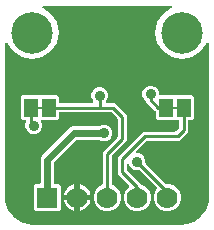
<source format=gbr>
G04 EAGLE Gerber RS-274X export*
G75*
%MOMM*%
%FSLAX34Y34*%
%LPD*%
%INBottom Copper*%
%IPPOS*%
%AMOC8*
5,1,8,0,0,1.08239X$1,22.5*%
G01*
%ADD10C,3.516000*%
%ADD11R,1.778000X1.778000*%
%ADD12C,1.778000*%
%ADD13R,1.168400X1.600200*%
%ADD14R,0.635000X0.203200*%
%ADD15C,0.906400*%
%ADD16C,0.254000*%
%ADD17C,0.609600*%

G36*
X137182Y-1267D02*
X137182Y-1267D01*
X137260Y-1265D01*
X140637Y-1000D01*
X140705Y-986D01*
X140774Y-981D01*
X140930Y-941D01*
X147354Y1146D01*
X147461Y1196D01*
X147572Y1240D01*
X147623Y1273D01*
X147642Y1281D01*
X147657Y1294D01*
X147708Y1326D01*
X153172Y5297D01*
X153259Y5378D01*
X153306Y5417D01*
X153312Y5421D01*
X153313Y5422D01*
X153351Y5454D01*
X153389Y5500D01*
X153404Y5514D01*
X153415Y5532D01*
X153453Y5578D01*
X157424Y11042D01*
X157481Y11146D01*
X157545Y11246D01*
X157567Y11303D01*
X157577Y11321D01*
X157582Y11341D01*
X157604Y11396D01*
X159691Y17820D01*
X159704Y17888D01*
X159727Y17954D01*
X159750Y18113D01*
X160015Y21490D01*
X160015Y21494D01*
X160016Y21497D01*
X160015Y21516D01*
X160019Y21590D01*
X160019Y151286D01*
X160006Y151390D01*
X160002Y151494D01*
X159986Y151547D01*
X159979Y151601D01*
X159941Y151698D01*
X159911Y151799D01*
X159883Y151846D01*
X159862Y151897D01*
X159801Y151982D01*
X159747Y152071D01*
X159708Y152110D01*
X159676Y152155D01*
X159595Y152221D01*
X159521Y152294D01*
X159473Y152322D01*
X159431Y152357D01*
X159336Y152402D01*
X159246Y152454D01*
X159193Y152469D01*
X159143Y152493D01*
X159040Y152512D01*
X158940Y152541D01*
X158885Y152542D01*
X158831Y152553D01*
X158726Y152546D01*
X158622Y152549D01*
X158568Y152536D01*
X158513Y152533D01*
X158414Y152501D01*
X158312Y152477D01*
X158263Y152452D01*
X158211Y152435D01*
X158122Y152379D01*
X158030Y152331D01*
X157988Y152294D01*
X157942Y152265D01*
X157870Y152189D01*
X157792Y152119D01*
X157739Y152049D01*
X157724Y152033D01*
X157717Y152020D01*
X157695Y151991D01*
X153194Y145256D01*
X145838Y140340D01*
X137160Y138614D01*
X128482Y140340D01*
X121126Y145256D01*
X116210Y152612D01*
X114484Y161290D01*
X116210Y169968D01*
X121126Y177324D01*
X127861Y181825D01*
X127940Y181893D01*
X128025Y181954D01*
X128060Y181997D01*
X128101Y182033D01*
X128161Y182119D01*
X128227Y182199D01*
X128251Y182249D01*
X128282Y182295D01*
X128318Y182393D01*
X128363Y182487D01*
X128373Y182541D01*
X128392Y182593D01*
X128403Y182697D01*
X128423Y182800D01*
X128419Y182855D01*
X128425Y182909D01*
X128409Y183013D01*
X128403Y183117D01*
X128386Y183169D01*
X128378Y183224D01*
X128337Y183320D01*
X128305Y183419D01*
X128275Y183466D01*
X128254Y183517D01*
X128191Y183600D01*
X128135Y183688D01*
X128095Y183726D01*
X128061Y183770D01*
X127979Y183835D01*
X127903Y183906D01*
X127855Y183933D01*
X127812Y183967D01*
X127716Y184009D01*
X127625Y184060D01*
X127571Y184073D01*
X127521Y184096D01*
X127418Y184113D01*
X127317Y184139D01*
X127229Y184145D01*
X127207Y184148D01*
X127192Y184147D01*
X127156Y184149D01*
X20164Y184149D01*
X20060Y184136D01*
X19956Y184132D01*
X19903Y184116D01*
X19849Y184109D01*
X19752Y184071D01*
X19651Y184041D01*
X19604Y184013D01*
X19553Y183992D01*
X19468Y183931D01*
X19379Y183877D01*
X19340Y183838D01*
X19295Y183806D01*
X19229Y183725D01*
X19156Y183651D01*
X19128Y183603D01*
X19093Y183561D01*
X19048Y183466D01*
X18996Y183376D01*
X18981Y183323D01*
X18957Y183273D01*
X18938Y183170D01*
X18909Y183070D01*
X18908Y183015D01*
X18897Y182961D01*
X18904Y182856D01*
X18901Y182752D01*
X18914Y182698D01*
X18917Y182643D01*
X18949Y182544D01*
X18973Y182442D01*
X18998Y182393D01*
X19015Y182341D01*
X19071Y182252D01*
X19119Y182160D01*
X19156Y182118D01*
X19185Y182072D01*
X19261Y182000D01*
X19331Y181922D01*
X19401Y181869D01*
X19417Y181854D01*
X19430Y181847D01*
X19459Y181825D01*
X26194Y177324D01*
X31110Y169968D01*
X32836Y161290D01*
X31110Y152612D01*
X26194Y145256D01*
X18838Y140340D01*
X10160Y138614D01*
X1482Y140340D01*
X-5874Y145256D01*
X-10375Y151991D01*
X-10443Y152070D01*
X-10504Y152155D01*
X-10547Y152190D01*
X-10583Y152231D01*
X-10669Y152291D01*
X-10749Y152357D01*
X-10799Y152381D01*
X-10845Y152412D01*
X-10943Y152448D01*
X-11037Y152493D01*
X-11091Y152503D01*
X-11143Y152522D01*
X-11247Y152533D01*
X-11350Y152553D01*
X-11405Y152549D01*
X-11459Y152555D01*
X-11563Y152539D01*
X-11667Y152533D01*
X-11719Y152516D01*
X-11774Y152508D01*
X-11870Y152467D01*
X-11969Y152435D01*
X-12016Y152405D01*
X-12067Y152384D01*
X-12150Y152321D01*
X-12238Y152265D01*
X-12276Y152225D01*
X-12320Y152191D01*
X-12385Y152109D01*
X-12456Y152033D01*
X-12483Y151985D01*
X-12517Y151942D01*
X-12559Y151846D01*
X-12610Y151755D01*
X-12623Y151701D01*
X-12646Y151651D01*
X-12663Y151548D01*
X-12689Y151447D01*
X-12695Y151359D01*
X-12698Y151337D01*
X-12697Y151322D01*
X-12699Y151286D01*
X-12699Y21590D01*
X-12697Y21568D01*
X-12695Y21490D01*
X-12430Y18113D01*
X-12416Y18045D01*
X-12411Y17976D01*
X-12371Y17820D01*
X-10284Y11396D01*
X-10234Y11289D01*
X-10190Y11178D01*
X-10157Y11127D01*
X-10149Y11108D01*
X-10136Y11093D01*
X-10104Y11042D01*
X-6133Y5578D01*
X-6113Y5556D01*
X-6102Y5538D01*
X-6056Y5495D01*
X-6052Y5491D01*
X-5976Y5399D01*
X-5930Y5361D01*
X-5916Y5346D01*
X-5898Y5335D01*
X-5852Y5297D01*
X-388Y1326D01*
X-284Y1269D01*
X-184Y1205D01*
X-127Y1183D01*
X-109Y1173D01*
X-89Y1168D01*
X-34Y1146D01*
X6390Y-941D01*
X6458Y-954D01*
X6524Y-977D01*
X6683Y-1000D01*
X10060Y-1265D01*
X10082Y-1264D01*
X10160Y-1269D01*
X137160Y-1269D01*
X137182Y-1267D01*
G37*
%LPC*%
G36*
X96786Y10159D02*
X96786Y10159D01*
X92585Y11899D01*
X89369Y15115D01*
X87629Y19316D01*
X87629Y23864D01*
X89369Y28065D01*
X91830Y30526D01*
X91903Y30620D01*
X91982Y30709D01*
X92000Y30745D01*
X92025Y30777D01*
X92072Y30886D01*
X92127Y30992D01*
X92135Y31032D01*
X92151Y31069D01*
X92170Y31187D01*
X92196Y31303D01*
X92195Y31343D01*
X92201Y31383D01*
X92190Y31502D01*
X92187Y31620D01*
X92175Y31659D01*
X92171Y31700D01*
X92131Y31812D01*
X92098Y31926D01*
X92078Y31961D01*
X92064Y31999D01*
X91997Y32097D01*
X91937Y32200D01*
X91897Y32245D01*
X91885Y32262D01*
X91870Y32275D01*
X91830Y32321D01*
X82549Y41602D01*
X82549Y56188D01*
X85153Y58792D01*
X103832Y77471D01*
X131246Y77471D01*
X131344Y77483D01*
X131443Y77486D01*
X131501Y77503D01*
X131561Y77511D01*
X131653Y77547D01*
X131749Y77575D01*
X131801Y77605D01*
X131857Y77628D01*
X131937Y77686D01*
X132022Y77736D01*
X132098Y77802D01*
X132114Y77814D01*
X132122Y77824D01*
X132143Y77842D01*
X134248Y79947D01*
X134308Y80025D01*
X134376Y80097D01*
X134405Y80150D01*
X134442Y80198D01*
X134482Y80289D01*
X134530Y80376D01*
X134545Y80434D01*
X134569Y80490D01*
X134584Y80588D01*
X134609Y80684D01*
X134615Y80784D01*
X134619Y80804D01*
X134617Y80816D01*
X134619Y80844D01*
X134619Y85979D01*
X134604Y86097D01*
X134597Y86216D01*
X134584Y86254D01*
X134579Y86295D01*
X134536Y86405D01*
X134499Y86518D01*
X134477Y86553D01*
X134462Y86590D01*
X134393Y86686D01*
X134329Y86787D01*
X134299Y86815D01*
X134276Y86848D01*
X134184Y86924D01*
X134097Y87005D01*
X134062Y87025D01*
X134031Y87050D01*
X133923Y87101D01*
X133819Y87159D01*
X133779Y87169D01*
X133743Y87186D01*
X133626Y87208D01*
X133511Y87238D01*
X133451Y87242D01*
X133431Y87246D01*
X133410Y87244D01*
X133350Y87248D01*
X131486Y87248D01*
X131456Y87271D01*
X131347Y87319D01*
X131241Y87373D01*
X131201Y87382D01*
X131164Y87398D01*
X131046Y87416D01*
X130931Y87442D01*
X130890Y87441D01*
X130850Y87447D01*
X130731Y87436D01*
X130613Y87433D01*
X130574Y87421D01*
X130534Y87418D01*
X130421Y87377D01*
X130307Y87344D01*
X130272Y87324D01*
X130234Y87310D01*
X130143Y87248D01*
X116296Y87248D01*
X114807Y88737D01*
X114807Y93908D01*
X114795Y94006D01*
X114792Y94105D01*
X114775Y94163D01*
X114767Y94223D01*
X114731Y94315D01*
X114703Y94411D01*
X114673Y94463D01*
X114650Y94519D01*
X114592Y94599D01*
X114542Y94684D01*
X114501Y94730D01*
X114500Y94733D01*
X114497Y94736D01*
X114476Y94760D01*
X114464Y94776D01*
X114454Y94784D01*
X114436Y94805D01*
X112658Y96583D01*
X106671Y102570D01*
X106667Y102601D01*
X106664Y102700D01*
X106647Y102758D01*
X106639Y102818D01*
X106603Y102910D01*
X106575Y103005D01*
X106545Y103058D01*
X106522Y103114D01*
X106464Y103194D01*
X106414Y103279D01*
X106348Y103355D01*
X106336Y103371D01*
X106326Y103379D01*
X106308Y103400D01*
X104494Y105214D01*
X103417Y107813D01*
X103417Y110627D01*
X104494Y113226D01*
X106484Y115216D01*
X109083Y116293D01*
X111897Y116293D01*
X114496Y115216D01*
X116486Y113226D01*
X117563Y110627D01*
X117563Y109601D01*
X117578Y109483D01*
X117585Y109364D01*
X117598Y109326D01*
X117603Y109285D01*
X117646Y109175D01*
X117683Y109062D01*
X117705Y109027D01*
X117720Y108990D01*
X117789Y108894D01*
X117853Y108793D01*
X117883Y108765D01*
X117906Y108732D01*
X117998Y108656D01*
X118085Y108575D01*
X118120Y108555D01*
X118151Y108530D01*
X118259Y108479D01*
X118363Y108421D01*
X118403Y108411D01*
X118439Y108394D01*
X118556Y108372D01*
X118671Y108342D01*
X118731Y108338D01*
X118751Y108334D01*
X118772Y108336D01*
X118832Y108332D01*
X130134Y108332D01*
X130164Y108309D01*
X130273Y108261D01*
X130379Y108207D01*
X130418Y108198D01*
X130456Y108182D01*
X130573Y108164D01*
X130689Y108138D01*
X130730Y108139D01*
X130770Y108133D01*
X130888Y108144D01*
X131007Y108147D01*
X131046Y108159D01*
X131086Y108162D01*
X131198Y108203D01*
X131313Y108236D01*
X131348Y108256D01*
X131386Y108270D01*
X131477Y108332D01*
X145324Y108332D01*
X146813Y106843D01*
X146813Y88737D01*
X145324Y87248D01*
X143510Y87248D01*
X143392Y87233D01*
X143273Y87226D01*
X143235Y87213D01*
X143194Y87208D01*
X143084Y87165D01*
X142971Y87128D01*
X142936Y87106D01*
X142899Y87091D01*
X142803Y87022D01*
X142702Y86958D01*
X142674Y86928D01*
X142641Y86905D01*
X142565Y86813D01*
X142484Y86726D01*
X142464Y86691D01*
X142439Y86660D01*
X142388Y86552D01*
X142330Y86448D01*
X142320Y86408D01*
X142303Y86372D01*
X142281Y86255D01*
X142251Y86140D01*
X142247Y86080D01*
X142243Y86060D01*
X142245Y86039D01*
X142241Y85979D01*
X142241Y77162D01*
X134928Y69849D01*
X107514Y69849D01*
X107416Y69837D01*
X107317Y69834D01*
X107259Y69817D01*
X107199Y69809D01*
X107107Y69773D01*
X107011Y69745D01*
X106959Y69715D01*
X106903Y69692D01*
X106823Y69634D01*
X106738Y69584D01*
X106662Y69518D01*
X106646Y69506D01*
X106638Y69496D01*
X106617Y69478D01*
X98449Y61309D01*
X98363Y61200D01*
X98275Y61093D01*
X98266Y61074D01*
X98254Y61058D01*
X98198Y60930D01*
X98139Y60805D01*
X98135Y60785D01*
X98127Y60766D01*
X98105Y60628D01*
X98079Y60492D01*
X98081Y60472D01*
X98078Y60452D01*
X98091Y60313D01*
X98099Y60175D01*
X98105Y60156D01*
X98107Y60136D01*
X98155Y60004D01*
X98197Y59873D01*
X98208Y59855D01*
X98215Y59836D01*
X98293Y59721D01*
X98367Y59604D01*
X98382Y59590D01*
X98394Y59573D01*
X98498Y59481D01*
X98599Y59386D01*
X98617Y59376D01*
X98632Y59363D01*
X98756Y59299D01*
X98878Y59232D01*
X98897Y59227D01*
X98915Y59218D01*
X99051Y59188D01*
X99185Y59153D01*
X99214Y59151D01*
X99225Y59148D01*
X99246Y59149D01*
X99346Y59143D01*
X100467Y59143D01*
X103066Y58066D01*
X105056Y56076D01*
X106133Y53477D01*
X106133Y50912D01*
X106145Y50814D01*
X106148Y50715D01*
X106165Y50657D01*
X106173Y50597D01*
X106209Y50505D01*
X106237Y50409D01*
X106267Y50357D01*
X106290Y50301D01*
X106348Y50221D01*
X106398Y50136D01*
X106464Y50060D01*
X106476Y50044D01*
X106486Y50036D01*
X106504Y50015D01*
X123127Y33392D01*
X123205Y33332D01*
X123277Y33264D01*
X123330Y33235D01*
X123378Y33198D01*
X123469Y33158D01*
X123556Y33110D01*
X123614Y33095D01*
X123670Y33071D01*
X123768Y33056D01*
X123864Y33031D01*
X123964Y33025D01*
X123984Y33021D01*
X123996Y33023D01*
X124024Y33021D01*
X126734Y33021D01*
X130935Y31281D01*
X134151Y28065D01*
X135891Y23864D01*
X135891Y19316D01*
X134151Y15115D01*
X130935Y11899D01*
X126734Y10159D01*
X122186Y10159D01*
X117985Y11899D01*
X114769Y15115D01*
X113029Y19316D01*
X113029Y23864D01*
X114769Y28065D01*
X115325Y28621D01*
X115398Y28715D01*
X115477Y28804D01*
X115495Y28840D01*
X115520Y28872D01*
X115567Y28981D01*
X115622Y29087D01*
X115630Y29127D01*
X115646Y29164D01*
X115665Y29282D01*
X115691Y29397D01*
X115690Y29438D01*
X115696Y29478D01*
X115685Y29596D01*
X115682Y29715D01*
X115670Y29754D01*
X115666Y29794D01*
X115626Y29906D01*
X115593Y30021D01*
X115573Y30056D01*
X115559Y30094D01*
X115492Y30192D01*
X115432Y30295D01*
X115392Y30340D01*
X115380Y30357D01*
X115365Y30370D01*
X115325Y30416D01*
X101115Y44626D01*
X101037Y44686D01*
X100965Y44754D01*
X100912Y44783D01*
X100864Y44820D01*
X100773Y44860D01*
X100686Y44908D01*
X100628Y44923D01*
X100572Y44947D01*
X100474Y44962D01*
X100378Y44987D01*
X100278Y44993D01*
X100258Y44997D01*
X100246Y44995D01*
X100218Y44997D01*
X97653Y44997D01*
X95054Y46074D01*
X93064Y48064D01*
X92613Y49153D01*
X92578Y49214D01*
X92552Y49279D01*
X92500Y49352D01*
X92455Y49430D01*
X92407Y49480D01*
X92366Y49536D01*
X92296Y49594D01*
X92234Y49658D01*
X92174Y49695D01*
X92121Y49739D01*
X92039Y49777D01*
X91963Y49824D01*
X91896Y49845D01*
X91833Y49875D01*
X91745Y49892D01*
X91659Y49918D01*
X91589Y49921D01*
X91520Y49934D01*
X91431Y49929D01*
X91341Y49933D01*
X91273Y49919D01*
X91203Y49915D01*
X91118Y49887D01*
X91030Y49869D01*
X90967Y49838D01*
X90901Y49817D01*
X90825Y49769D01*
X90744Y49729D01*
X90691Y49684D01*
X90632Y49647D01*
X90570Y49581D01*
X90502Y49523D01*
X90462Y49466D01*
X90414Y49415D01*
X90371Y49336D01*
X90319Y49263D01*
X90294Y49197D01*
X90260Y49136D01*
X90238Y49050D01*
X90206Y48965D01*
X90198Y48896D01*
X90181Y48828D01*
X90171Y48668D01*
X90171Y45284D01*
X90183Y45186D01*
X90186Y45087D01*
X90203Y45029D01*
X90211Y44969D01*
X90247Y44877D01*
X90275Y44781D01*
X90305Y44729D01*
X90328Y44673D01*
X90386Y44593D01*
X90436Y44508D01*
X90502Y44432D01*
X90514Y44416D01*
X90524Y44408D01*
X90542Y44387D01*
X100267Y34662D01*
X102136Y32793D01*
X102144Y32787D01*
X102149Y32780D01*
X102269Y32690D01*
X102388Y32598D01*
X102396Y32594D01*
X102404Y32589D01*
X102548Y32518D01*
X105535Y31281D01*
X108751Y28065D01*
X110491Y23864D01*
X110491Y19316D01*
X108751Y15115D01*
X105535Y11899D01*
X101334Y10159D01*
X96786Y10159D01*
G37*
%LPD*%
%LPC*%
G36*
X71386Y10159D02*
X71386Y10159D01*
X67185Y11899D01*
X63969Y15115D01*
X62229Y19316D01*
X62229Y23864D01*
X63969Y28065D01*
X67185Y31281D01*
X69066Y32060D01*
X69091Y32074D01*
X69119Y32083D01*
X69229Y32153D01*
X69342Y32217D01*
X69363Y32238D01*
X69388Y32253D01*
X69477Y32348D01*
X69570Y32438D01*
X69586Y32463D01*
X69606Y32485D01*
X69669Y32599D01*
X69737Y32709D01*
X69745Y32738D01*
X69760Y32764D01*
X69792Y32889D01*
X69830Y33013D01*
X69832Y33043D01*
X69839Y33071D01*
X69849Y33232D01*
X69849Y59998D01*
X82178Y72327D01*
X82238Y72405D01*
X82306Y72477D01*
X82335Y72530D01*
X82372Y72578D01*
X82412Y72669D01*
X82460Y72756D01*
X82475Y72814D01*
X82499Y72870D01*
X82514Y72968D01*
X82539Y73064D01*
X82545Y73164D01*
X82549Y73184D01*
X82547Y73196D01*
X82549Y73224D01*
X82549Y88066D01*
X82537Y88164D01*
X82534Y88263D01*
X82517Y88321D01*
X82509Y88381D01*
X82473Y88473D01*
X82445Y88569D01*
X82415Y88621D01*
X82392Y88677D01*
X82334Y88757D01*
X82284Y88842D01*
X82218Y88918D01*
X82206Y88934D01*
X82196Y88942D01*
X82178Y88963D01*
X77533Y93608D01*
X77455Y93668D01*
X77383Y93736D01*
X77330Y93765D01*
X77282Y93802D01*
X77191Y93842D01*
X77104Y93890D01*
X77046Y93905D01*
X76990Y93929D01*
X76892Y93944D01*
X76796Y93969D01*
X76696Y93975D01*
X76676Y93979D01*
X76664Y93977D01*
X76636Y93979D01*
X33782Y93979D01*
X33664Y93964D01*
X33545Y93957D01*
X33507Y93944D01*
X33466Y93939D01*
X33356Y93896D01*
X33243Y93859D01*
X33208Y93837D01*
X33171Y93822D01*
X33075Y93753D01*
X32974Y93689D01*
X32946Y93659D01*
X32913Y93636D01*
X32837Y93544D01*
X32756Y93457D01*
X32736Y93422D01*
X32711Y93391D01*
X32660Y93283D01*
X32602Y93179D01*
X32592Y93139D01*
X32575Y93103D01*
X32553Y92986D01*
X32523Y92871D01*
X32519Y92811D01*
X32515Y92791D01*
X32517Y92770D01*
X32513Y92710D01*
X32513Y88737D01*
X31024Y87248D01*
X19039Y87248D01*
X18990Y87242D01*
X18940Y87244D01*
X18833Y87222D01*
X18723Y87208D01*
X18677Y87190D01*
X18629Y87180D01*
X18530Y87132D01*
X18428Y87091D01*
X18388Y87062D01*
X18343Y87040D01*
X18259Y86969D01*
X18170Y86905D01*
X18139Y86866D01*
X18101Y86834D01*
X18038Y86744D01*
X17968Y86660D01*
X17946Y86615D01*
X17918Y86574D01*
X17879Y86471D01*
X17832Y86372D01*
X17823Y86323D01*
X17805Y86277D01*
X17793Y86167D01*
X17772Y86060D01*
X17775Y86010D01*
X17770Y85961D01*
X17785Y85852D01*
X17792Y85742D01*
X17807Y85695D01*
X17814Y85646D01*
X17866Y85493D01*
X18503Y83957D01*
X18503Y81143D01*
X17426Y78544D01*
X15436Y76554D01*
X12837Y75477D01*
X10023Y75477D01*
X7424Y76554D01*
X5434Y78544D01*
X4357Y81143D01*
X4357Y83957D01*
X4983Y85467D01*
X4985Y85476D01*
X4990Y85484D01*
X5015Y85582D01*
X5017Y85586D01*
X5020Y85600D01*
X5027Y85628D01*
X5067Y85773D01*
X5067Y85783D01*
X5069Y85792D01*
X5075Y85892D01*
X5077Y85899D01*
X5076Y85905D01*
X5079Y85952D01*
X5079Y85979D01*
X5071Y86045D01*
X5072Y86091D01*
X5062Y86130D01*
X5057Y86216D01*
X5044Y86254D01*
X5039Y86295D01*
X4998Y86400D01*
X4997Y86401D01*
X4996Y86405D01*
X4959Y86518D01*
X4937Y86553D01*
X4922Y86590D01*
X4853Y86686D01*
X4789Y86787D01*
X4759Y86815D01*
X4736Y86848D01*
X4644Y86924D01*
X4557Y87005D01*
X4522Y87025D01*
X4491Y87050D01*
X4383Y87101D01*
X4279Y87159D01*
X4239Y87169D01*
X4203Y87186D01*
X4086Y87208D01*
X3971Y87238D01*
X3911Y87242D01*
X3891Y87246D01*
X3870Y87244D01*
X3810Y87248D01*
X1996Y87248D01*
X507Y88737D01*
X507Y106843D01*
X1996Y108332D01*
X15834Y108332D01*
X15864Y108309D01*
X15973Y108261D01*
X16079Y108207D01*
X16118Y108198D01*
X16156Y108182D01*
X16273Y108164D01*
X16389Y108138D01*
X16430Y108139D01*
X16470Y108133D01*
X16588Y108144D01*
X16707Y108147D01*
X16746Y108159D01*
X16786Y108162D01*
X16898Y108203D01*
X17013Y108236D01*
X17048Y108256D01*
X17086Y108270D01*
X17177Y108332D01*
X31024Y108332D01*
X32513Y106843D01*
X32513Y102870D01*
X32528Y102752D01*
X32535Y102633D01*
X32548Y102595D01*
X32553Y102554D01*
X32596Y102444D01*
X32633Y102331D01*
X32655Y102296D01*
X32670Y102259D01*
X32739Y102163D01*
X32803Y102062D01*
X32833Y102034D01*
X32856Y102001D01*
X32948Y101925D01*
X33035Y101844D01*
X33070Y101824D01*
X33101Y101799D01*
X33209Y101748D01*
X33313Y101690D01*
X33353Y101680D01*
X33389Y101663D01*
X33506Y101641D01*
X33621Y101611D01*
X33681Y101607D01*
X33701Y101603D01*
X33722Y101605D01*
X33782Y101601D01*
X60593Y101601D01*
X60731Y101618D01*
X60869Y101631D01*
X60888Y101638D01*
X60908Y101641D01*
X61038Y101692D01*
X61168Y101739D01*
X61185Y101750D01*
X61204Y101758D01*
X61316Y101839D01*
X61432Y101917D01*
X61445Y101933D01*
X61461Y101944D01*
X61550Y102052D01*
X61642Y102156D01*
X61651Y102174D01*
X61664Y102189D01*
X61723Y102315D01*
X61787Y102439D01*
X61791Y102459D01*
X61800Y102477D01*
X61826Y102613D01*
X61856Y102749D01*
X61856Y102770D01*
X61859Y102789D01*
X61851Y102928D01*
X61847Y103067D01*
X61841Y103087D01*
X61840Y103107D01*
X61797Y103239D01*
X61758Y103373D01*
X61748Y103390D01*
X61742Y103409D01*
X61667Y103527D01*
X61597Y103647D01*
X61578Y103668D01*
X61571Y103678D01*
X61556Y103692D01*
X61490Y103768D01*
X61314Y103944D01*
X60237Y106543D01*
X60237Y109357D01*
X61314Y111956D01*
X63304Y113946D01*
X65903Y115023D01*
X68717Y115023D01*
X71316Y113946D01*
X73306Y111956D01*
X74383Y109357D01*
X74383Y106543D01*
X73306Y103944D01*
X73130Y103768D01*
X73045Y103658D01*
X72956Y103551D01*
X72947Y103532D01*
X72935Y103516D01*
X72880Y103389D01*
X72820Y103263D01*
X72817Y103243D01*
X72809Y103224D01*
X72787Y103087D01*
X72761Y102950D01*
X72762Y102930D01*
X72759Y102910D01*
X72772Y102772D01*
X72780Y102633D01*
X72787Y102614D01*
X72788Y102594D01*
X72836Y102462D01*
X72878Y102331D01*
X72889Y102314D01*
X72896Y102294D01*
X72974Y102179D01*
X73049Y102062D01*
X73063Y102048D01*
X73075Y102031D01*
X73179Y101939D01*
X73280Y101844D01*
X73298Y101834D01*
X73313Y101821D01*
X73437Y101757D01*
X73559Y101690D01*
X73578Y101685D01*
X73596Y101676D01*
X73732Y101646D01*
X73867Y101611D01*
X73895Y101609D01*
X73907Y101606D01*
X73927Y101607D01*
X74027Y101601D01*
X80318Y101601D01*
X90171Y91748D01*
X90171Y69542D01*
X77842Y57213D01*
X77782Y57135D01*
X77714Y57063D01*
X77685Y57010D01*
X77648Y56962D01*
X77608Y56871D01*
X77560Y56784D01*
X77545Y56726D01*
X77521Y56670D01*
X77506Y56572D01*
X77481Y56476D01*
X77475Y56376D01*
X77471Y56356D01*
X77473Y56344D01*
X77471Y56316D01*
X77471Y33232D01*
X77474Y33203D01*
X77472Y33173D01*
X77494Y33046D01*
X77511Y32917D01*
X77521Y32889D01*
X77526Y32860D01*
X77580Y32742D01*
X77628Y32621D01*
X77645Y32597D01*
X77657Y32570D01*
X77738Y32469D01*
X77814Y32364D01*
X77837Y32345D01*
X77856Y32322D01*
X77959Y32244D01*
X78059Y32161D01*
X78086Y32148D01*
X78110Y32130D01*
X78254Y32060D01*
X80135Y31281D01*
X83351Y28065D01*
X85091Y23864D01*
X85091Y19316D01*
X83351Y15115D01*
X80135Y11899D01*
X75934Y10159D01*
X71386Y10159D01*
G37*
%LPD*%
%LPC*%
G36*
X12918Y10159D02*
X12918Y10159D01*
X11429Y11648D01*
X11429Y31532D01*
X12918Y33021D01*
X16002Y33021D01*
X16120Y33036D01*
X16239Y33043D01*
X16277Y33056D01*
X16318Y33061D01*
X16428Y33104D01*
X16541Y33141D01*
X16576Y33163D01*
X16613Y33178D01*
X16709Y33247D01*
X16810Y33311D01*
X16838Y33341D01*
X16871Y33364D01*
X16947Y33456D01*
X17028Y33543D01*
X17048Y33578D01*
X17073Y33609D01*
X17124Y33717D01*
X17182Y33821D01*
X17192Y33861D01*
X17209Y33897D01*
X17231Y34014D01*
X17261Y34129D01*
X17265Y34189D01*
X17269Y34209D01*
X17267Y34230D01*
X17271Y34290D01*
X17271Y54452D01*
X18122Y56506D01*
X42554Y80938D01*
X44608Y81789D01*
X66181Y81789D01*
X66279Y81801D01*
X66378Y81804D01*
X66436Y81821D01*
X66496Y81829D01*
X66588Y81865D01*
X66683Y81893D01*
X66736Y81923D01*
X66792Y81946D01*
X66872Y82004D01*
X66957Y82054D01*
X67033Y82120D01*
X67049Y82132D01*
X67057Y82142D01*
X67078Y82160D01*
X67114Y82196D01*
X69713Y83273D01*
X72527Y83273D01*
X75126Y82196D01*
X77116Y80206D01*
X78193Y77607D01*
X78193Y74793D01*
X77116Y72194D01*
X75126Y70204D01*
X72527Y69127D01*
X69713Y69127D01*
X67114Y70204D01*
X67078Y70240D01*
X67000Y70300D01*
X66928Y70368D01*
X66875Y70397D01*
X66827Y70434D01*
X66736Y70474D01*
X66649Y70522D01*
X66591Y70537D01*
X66535Y70561D01*
X66437Y70576D01*
X66341Y70601D01*
X66241Y70607D01*
X66221Y70611D01*
X66209Y70609D01*
X66181Y70611D01*
X48561Y70611D01*
X48462Y70599D01*
X48363Y70596D01*
X48305Y70579D01*
X48245Y70571D01*
X48153Y70535D01*
X48058Y70507D01*
X48006Y70477D01*
X47949Y70454D01*
X47869Y70396D01*
X47784Y70346D01*
X47709Y70280D01*
X47692Y70268D01*
X47684Y70258D01*
X47663Y70240D01*
X28820Y51397D01*
X28760Y51319D01*
X28692Y51246D01*
X28663Y51193D01*
X28626Y51146D01*
X28586Y51055D01*
X28538Y50968D01*
X28523Y50909D01*
X28499Y50854D01*
X28484Y50756D01*
X28459Y50660D01*
X28453Y50560D01*
X28449Y50540D01*
X28451Y50527D01*
X28449Y50499D01*
X28449Y34290D01*
X28464Y34172D01*
X28471Y34053D01*
X28484Y34015D01*
X28489Y33974D01*
X28532Y33864D01*
X28569Y33751D01*
X28591Y33716D01*
X28606Y33679D01*
X28675Y33583D01*
X28739Y33482D01*
X28769Y33454D01*
X28792Y33421D01*
X28884Y33345D01*
X28971Y33264D01*
X29006Y33244D01*
X29037Y33219D01*
X29145Y33168D01*
X29249Y33110D01*
X29289Y33100D01*
X29325Y33083D01*
X29442Y33061D01*
X29557Y33031D01*
X29617Y33027D01*
X29637Y33023D01*
X29658Y33025D01*
X29718Y33021D01*
X32802Y33021D01*
X34291Y31532D01*
X34291Y11648D01*
X32802Y10159D01*
X12918Y10159D01*
G37*
%LPD*%
%LPC*%
G36*
X50759Y24089D02*
X50759Y24089D01*
X50759Y32767D01*
X50937Y32739D01*
X52648Y32183D01*
X54251Y31367D01*
X55707Y30309D01*
X56979Y29037D01*
X58037Y27581D01*
X58853Y25978D01*
X59409Y24267D01*
X59437Y24089D01*
X50759Y24089D01*
G37*
%LPD*%
%LPC*%
G36*
X37083Y24089D02*
X37083Y24089D01*
X37111Y24267D01*
X37667Y25978D01*
X38483Y27581D01*
X39541Y29037D01*
X40813Y30309D01*
X42269Y31367D01*
X43872Y32183D01*
X45583Y32739D01*
X45761Y32767D01*
X45761Y24089D01*
X37083Y24089D01*
G37*
%LPD*%
%LPC*%
G36*
X50759Y19091D02*
X50759Y19091D01*
X59437Y19091D01*
X59409Y18913D01*
X58853Y17202D01*
X58037Y15599D01*
X56979Y14143D01*
X55707Y12871D01*
X54251Y11813D01*
X52648Y10997D01*
X50937Y10441D01*
X50759Y10413D01*
X50759Y19091D01*
G37*
%LPD*%
%LPC*%
G36*
X45583Y10441D02*
X45583Y10441D01*
X43872Y10997D01*
X42269Y11813D01*
X40813Y12871D01*
X39541Y14143D01*
X38483Y15599D01*
X37667Y17202D01*
X37111Y18913D01*
X37083Y19091D01*
X45761Y19091D01*
X45761Y10413D01*
X45583Y10441D01*
G37*
%LPD*%
D10*
X137160Y161290D03*
X10160Y161290D03*
D11*
X22860Y21590D03*
D12*
X48260Y21590D03*
X73660Y21590D03*
X99060Y21590D03*
X124460Y21590D03*
D13*
X8890Y97790D03*
X24130Y97790D03*
D14*
X16510Y97790D03*
D13*
X123190Y97790D03*
X138430Y97790D03*
D14*
X130810Y97790D03*
D15*
X111760Y128270D03*
X134620Y63500D03*
D16*
X134620Y60960D01*
D15*
X99060Y52070D03*
D16*
X124460Y26670D01*
X124460Y21590D01*
D17*
X71120Y76200D02*
X45720Y76200D01*
D15*
X71120Y76200D03*
D17*
X45720Y76200D02*
X22860Y53340D01*
X22860Y21590D01*
D15*
X67310Y107950D03*
D16*
X67310Y97790D02*
X24130Y97790D01*
X73660Y58420D02*
X86360Y71120D01*
X73660Y58420D02*
X73660Y21590D01*
X67310Y97790D02*
X67310Y107950D01*
X67310Y97790D02*
X78740Y97790D01*
X86360Y90170D01*
X86360Y71120D01*
X8890Y85090D02*
X8890Y97790D01*
X8890Y85090D02*
X11430Y82550D01*
D15*
X11430Y82550D03*
D16*
X105410Y73660D02*
X133350Y73660D01*
X105410Y73660D02*
X86360Y54610D01*
X86360Y43180D01*
X99060Y30480D01*
X99060Y21590D01*
X133350Y73660D02*
X138430Y78740D01*
X138430Y97790D01*
D15*
X110490Y109220D03*
D16*
X110490Y104140D01*
X116840Y97790D01*
X123190Y97790D01*
M02*

</source>
